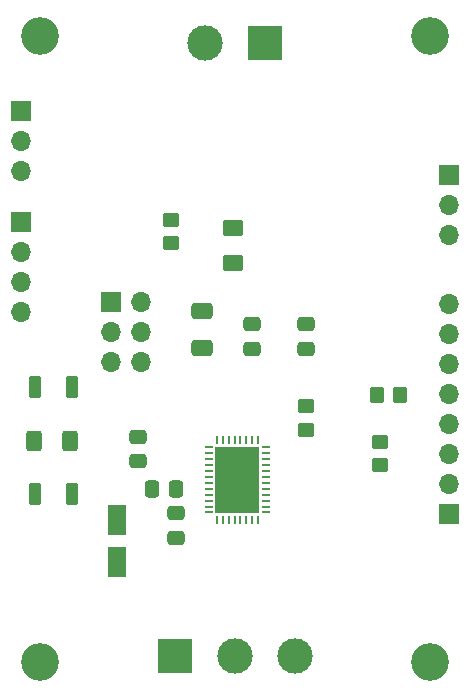
<source format=gbr>
%TF.GenerationSoftware,KiCad,Pcbnew,(6.0.4)*%
%TF.CreationDate,2024-04-18T18:30:19+02:00*%
%TF.ProjectId,focBLDCdrv,666f6342-4c44-4436-9472-762e6b696361,rev?*%
%TF.SameCoordinates,Original*%
%TF.FileFunction,Soldermask,Top*%
%TF.FilePolarity,Negative*%
%FSLAX46Y46*%
G04 Gerber Fmt 4.6, Leading zero omitted, Abs format (unit mm)*
G04 Created by KiCad (PCBNEW (6.0.4)) date 2024-04-18 18:30:19*
%MOMM*%
%LPD*%
G01*
G04 APERTURE LIST*
G04 Aperture macros list*
%AMRoundRect*
0 Rectangle with rounded corners*
0 $1 Rounding radius*
0 $2 $3 $4 $5 $6 $7 $8 $9 X,Y pos of 4 corners*
0 Add a 4 corners polygon primitive as box body*
4,1,4,$2,$3,$4,$5,$6,$7,$8,$9,$2,$3,0*
0 Add four circle primitives for the rounded corners*
1,1,$1+$1,$2,$3*
1,1,$1+$1,$4,$5*
1,1,$1+$1,$6,$7*
1,1,$1+$1,$8,$9*
0 Add four rect primitives between the rounded corners*
20,1,$1+$1,$2,$3,$4,$5,0*
20,1,$1+$1,$4,$5,$6,$7,0*
20,1,$1+$1,$6,$7,$8,$9,0*
20,1,$1+$1,$8,$9,$2,$3,0*%
G04 Aperture macros list end*
%ADD10RoundRect,0.250000X-0.475000X0.337500X-0.475000X-0.337500X0.475000X-0.337500X0.475000X0.337500X0*%
%ADD11RoundRect,0.250000X-0.350000X-0.450000X0.350000X-0.450000X0.350000X0.450000X-0.350000X0.450000X0*%
%ADD12RoundRect,0.250000X-0.450000X0.350000X-0.450000X-0.350000X0.450000X-0.350000X0.450000X0.350000X0*%
%ADD13R,1.700000X1.700000*%
%ADD14O,1.700000X1.700000*%
%ADD15R,3.000000X3.000000*%
%ADD16C,3.000000*%
%ADD17RoundRect,0.250000X0.475000X-0.337500X0.475000X0.337500X-0.475000X0.337500X-0.475000X-0.337500X0*%
%ADD18C,3.200000*%
%ADD19RoundRect,0.250000X0.450000X-0.350000X0.450000X0.350000X-0.450000X0.350000X-0.450000X-0.350000X0*%
%ADD20RoundRect,0.250001X0.624999X-0.462499X0.624999X0.462499X-0.624999X0.462499X-0.624999X-0.462499X0*%
%ADD21RoundRect,0.250000X-0.650000X0.412500X-0.650000X-0.412500X0.650000X-0.412500X0.650000X0.412500X0*%
%ADD22RoundRect,0.062500X-0.237500X-0.062500X0.237500X-0.062500X0.237500X0.062500X-0.237500X0.062500X0*%
%ADD23RoundRect,0.062500X0.062500X-0.237500X0.062500X0.237500X-0.062500X0.237500X-0.062500X-0.237500X0*%
%ADD24RoundRect,0.062500X0.237500X0.062500X-0.237500X0.062500X-0.237500X-0.062500X0.237500X-0.062500X0*%
%ADD25RoundRect,0.062500X-0.062500X0.237500X-0.062500X-0.237500X0.062500X-0.237500X0.062500X0.237500X0*%
%ADD26R,3.700000X5.700000*%
%ADD27C,0.450000*%
%ADD28RoundRect,0.250000X-0.400000X-0.625000X0.400000X-0.625000X0.400000X0.625000X-0.400000X0.625000X0*%
%ADD29RoundRect,0.250000X-0.275000X-0.700000X0.275000X-0.700000X0.275000X0.700000X-0.275000X0.700000X0*%
%ADD30RoundRect,0.250000X0.337500X0.475000X-0.337500X0.475000X-0.337500X-0.475000X0.337500X-0.475000X0*%
%ADD31RoundRect,0.250000X-0.550000X1.050000X-0.550000X-1.050000X0.550000X-1.050000X0.550000X1.050000X0*%
G04 APERTURE END LIST*
D10*
%TO.C,C2*%
X143100000Y-110662500D03*
X143100000Y-112737500D03*
%TD*%
D11*
%TO.C,R4*%
X160100000Y-100600000D03*
X162100000Y-100600000D03*
%TD*%
D12*
%TO.C,R2*%
X142700000Y-85800000D03*
X142700000Y-87800000D03*
%TD*%
D13*
%TO.C,J5*%
X137625000Y-92775000D03*
D14*
X140165000Y-92775000D03*
X137625000Y-95315000D03*
X140165000Y-95315000D03*
X137625000Y-97855000D03*
X140165000Y-97855000D03*
%TD*%
D15*
%TO.C,J2*%
X143020000Y-122700000D03*
D16*
X148100000Y-122700000D03*
X153180000Y-122700000D03*
%TD*%
D15*
%TO.C,J1*%
X150640000Y-70800000D03*
D16*
X145560000Y-70800000D03*
%TD*%
D17*
%TO.C,C7*%
X154100000Y-96737500D03*
X154100000Y-94662500D03*
%TD*%
D13*
%TO.C,J6*%
X130000000Y-76560000D03*
D14*
X130000000Y-79100000D03*
X130000000Y-81640000D03*
%TD*%
D17*
%TO.C,C6*%
X149500000Y-96737500D03*
X149500000Y-94662500D03*
%TD*%
D18*
%TO.C,REF\u002A\u002A*%
X131600000Y-70200000D03*
%TD*%
D13*
%TO.C,J7*%
X130000000Y-86000000D03*
D14*
X130000000Y-88540000D03*
X130000000Y-91080000D03*
X130000000Y-93620000D03*
%TD*%
D13*
%TO.C,J3*%
X166200000Y-110675000D03*
D14*
X166200000Y-108135000D03*
X166200000Y-105595000D03*
X166200000Y-103055000D03*
X166200000Y-100515000D03*
X166200000Y-97975000D03*
X166200000Y-95435000D03*
X166200000Y-92895000D03*
%TD*%
D19*
%TO.C,R1*%
X154100000Y-103600000D03*
X154100000Y-101600000D03*
%TD*%
D20*
%TO.C,D1*%
X147900000Y-89487500D03*
X147900000Y-86512500D03*
%TD*%
D21*
%TO.C,C5*%
X145300000Y-93537500D03*
X145300000Y-96662500D03*
%TD*%
D13*
%TO.C,J4*%
X166200000Y-81975000D03*
D14*
X166200000Y-84515000D03*
X166200000Y-87055000D03*
%TD*%
D18*
%TO.C,REF\u002A\u002A*%
X164600000Y-70200000D03*
%TD*%
%TO.C,REF\u002A\u002A*%
X131600000Y-123200000D03*
%TD*%
D22*
%TO.C,U1*%
X145890000Y-105080000D03*
X145890000Y-105580000D03*
X145890000Y-106080000D03*
X145890000Y-106580000D03*
X145890000Y-107080000D03*
X145890000Y-107580000D03*
X145890000Y-108080000D03*
X145890000Y-108580000D03*
X145890000Y-109080000D03*
X145890000Y-109580000D03*
X145890000Y-110080000D03*
X145890000Y-110580000D03*
D23*
X146560000Y-111230000D03*
X147060000Y-111230000D03*
X147560000Y-111230000D03*
X148060000Y-111230000D03*
X148560000Y-111230000D03*
X149060000Y-111230000D03*
X149560000Y-111230000D03*
X150060000Y-111230000D03*
D24*
X150710000Y-110580000D03*
X150710000Y-110080000D03*
X150710000Y-109580000D03*
X150710000Y-109080000D03*
X150710000Y-108580000D03*
X150710000Y-108080000D03*
X150710000Y-107580000D03*
X150710000Y-107080000D03*
X150710000Y-106580000D03*
X150710000Y-106080000D03*
X150710000Y-105580000D03*
X150710000Y-105080000D03*
D25*
X150060000Y-104430000D03*
X149560000Y-104430000D03*
X149060000Y-104430000D03*
X148560000Y-104430000D03*
X148060000Y-104430000D03*
X147560000Y-104430000D03*
X147060000Y-104430000D03*
X146560000Y-104430000D03*
D26*
X148300000Y-107800000D03*
D27*
X148925000Y-105200000D03*
%TD*%
D18*
%TO.C,REF\u002A\u002A*%
X164600000Y-123200000D03*
%TD*%
D28*
%TO.C,R3*%
X131050000Y-104500000D03*
X134150000Y-104500000D03*
%TD*%
D29*
%TO.C,L2*%
X131125000Y-109000000D03*
X134275000Y-109000000D03*
%TD*%
D17*
%TO.C,C4*%
X139900000Y-106237500D03*
X139900000Y-104162500D03*
%TD*%
D12*
%TO.C,R5*%
X160400000Y-104600000D03*
X160400000Y-106600000D03*
%TD*%
D29*
%TO.C,L1*%
X131125000Y-100000000D03*
X134275000Y-100000000D03*
%TD*%
D30*
%TO.C,C3*%
X143137500Y-108600000D03*
X141062500Y-108600000D03*
%TD*%
D31*
%TO.C,C1*%
X138100000Y-111200000D03*
X138100000Y-114800000D03*
%TD*%
M02*

</source>
